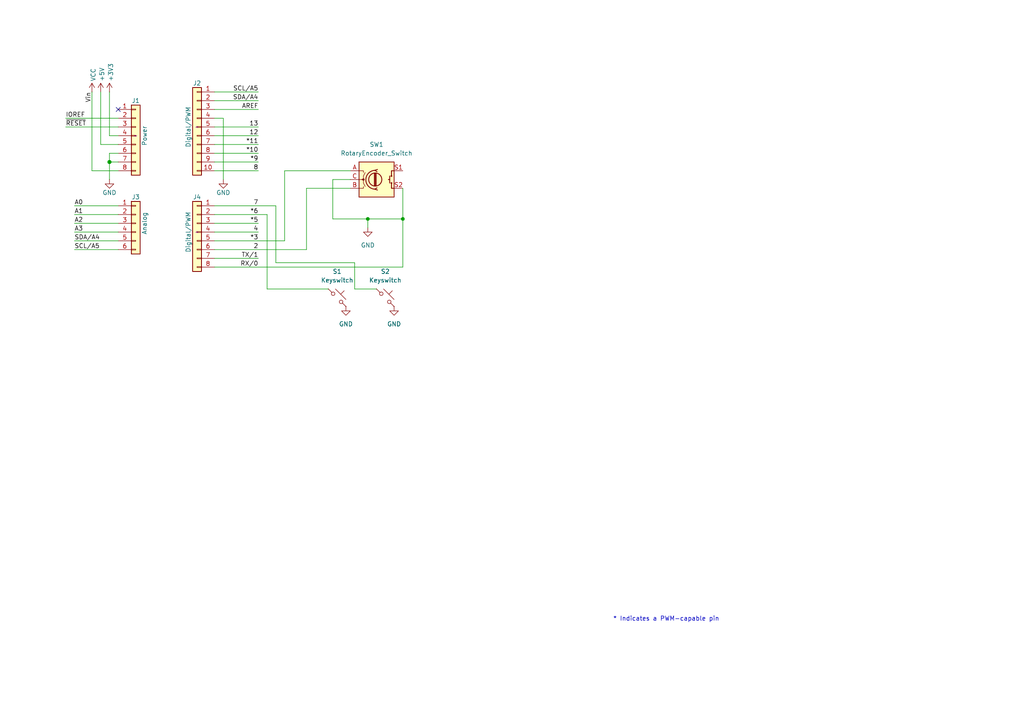
<source format=kicad_sch>
(kicad_sch (version 20250114) (generator "eeschema") (generator_version "9.0")
  (paper "A4")
  (title_block (date "mar. 31 mars 2015"))
  (lib_symbols
    (symbol "Connector_Generic:Conn_01x06" (pin_names (offset 1.016) (hide yes))
      (property "Reference" "J" (at 0 7.62 0))
      (property "Value" "Conn_01x06" (at 0 -10.16 0))
      (symbol "Conn_01x06_1_1"
        (rectangle (start -1.27 6.35) (end 1.27 -8.89) (stroke (width 0.254)) (fill (type background)))
        (rectangle (start -1.27 5.207) (end 0 4.953) (stroke (width 0.1524)))
        (rectangle (start -1.27 2.667) (end 0 2.413) (stroke (width 0.1524)))
        (rectangle (start -1.27 0.127) (end 0 -0.127) (stroke (width 0.1524)))
        (rectangle (start -1.27 -2.413) (end 0 -2.667) (stroke (width 0.1524)))
        (rectangle (start -1.27 -4.953) (end 0 -5.207) (stroke (width 0.1524)))
        (rectangle (start -1.27 -7.493) (end 0 -7.747) (stroke (width 0.1524)))
        (pin passive line (at -5.08 5.08 0) (length 3.81) (name "Pin_1") (number "1"))
        (pin passive line (at -5.08 2.54 0) (length 3.81) (name "Pin_2") (number "2"))
        (pin passive line (at -5.08 0 0) (length 3.81) (name "Pin_3") (number "3"))
        (pin passive line (at -5.08 -2.54 0) (length 3.81) (name "Pin_4") (number "4"))
        (pin passive line (at -5.08 -5.08 0) (length 3.81) (name "Pin_5") (number "5"))
        (pin passive line (at -5.08 -7.62 0) (length 3.81) (name "Pin_6") (number "6"))
      )
    )
    (symbol "Connector_Generic:Conn_01x08" (pin_names (offset 1.016) (hide yes))
      (property "Reference" "J" (at 0 10.16 0))
      (property "Value" "Conn_01x08" (at 0 -12.7 0))
      (symbol "Conn_01x08_1_1"
        (rectangle (start -1.27 8.89) (end 1.27 -11.43) (stroke (width 0.254)) (fill (type background)))
        (rectangle (start -1.27 7.747) (end 0 7.493) (stroke (width 0.1524)))
        (rectangle (start -1.27 5.207) (end 0 4.953) (stroke (width 0.1524)))
        (rectangle (start -1.27 2.667) (end 0 2.413) (stroke (width 0.1524)))
        (rectangle (start -1.27 0.127) (end 0 -0.127) (stroke (width 0.1524)))
        (rectangle (start -1.27 -2.413) (end 0 -2.667) (stroke (width 0.1524)))
        (rectangle (start -1.27 -4.953) (end 0 -5.207) (stroke (width 0.1524)))
        (rectangle (start -1.27 -7.493) (end 0 -7.747) (stroke (width 0.1524)))
        (rectangle (start -1.27 -10.033) (end 0 -10.287) (stroke (width 0.1524)))
        (pin passive line (at -5.08 7.62 0) (length 3.81) (name "Pin_1") (number "1"))
        (pin passive line (at -5.08 5.08 0) (length 3.81) (name "Pin_2") (number "2"))
        (pin passive line (at -5.08 2.54 0) (length 3.81) (name "Pin_3") (number "3"))
        (pin passive line (at -5.08 0 0) (length 3.81) (name "Pin_4") (number "4"))
        (pin passive line (at -5.08 -2.54 0) (length 3.81) (name "Pin_5") (number "5"))
        (pin passive line (at -5.08 -5.08 0) (length 3.81) (name "Pin_6") (number "6"))
        (pin passive line (at -5.08 -7.62 0) (length 3.81) (name "Pin_7") (number "7"))
        (pin passive line (at -5.08 -10.16 0) (length 3.81) (name "Pin_8") (number "8"))
      )
    )
    (symbol "Connector_Generic:Conn_01x10" (pin_names (offset 1.016) (hide yes))
      (property "Reference" "J" (at 0 12.7 0))
      (property "Value" "Conn_01x10" (at 0 -15.24 0))
      (symbol "Conn_01x10_1_1"
        (rectangle (start -1.27 11.43) (end 1.27 -13.97) (stroke (width 0.254)) (fill (type background)))
        (rectangle (start -1.27 10.287) (end 0 10.033) (stroke (width 0.1524)))
        (rectangle (start -1.27 7.747) (end 0 7.493) (stroke (width 0.1524)))
        (rectangle (start -1.27 5.207) (end 0 4.953) (stroke (width 0.1524)))
        (rectangle (start -1.27 2.667) (end 0 2.413) (stroke (width 0.1524)))
        (rectangle (start -1.27 0.127) (end 0 -0.127) (stroke (width 0.1524)))
        (rectangle (start -1.27 -2.413) (end 0 -2.667) (stroke (width 0.1524)))
        (rectangle (start -1.27 -4.953) (end 0 -5.207) (stroke (width 0.1524)))
        (rectangle (start -1.27 -7.493) (end 0 -7.747) (stroke (width 0.1524)))
        (rectangle (start -1.27 -10.033) (end 0 -10.287) (stroke (width 0.1524)))
        (rectangle (start -1.27 -12.573) (end 0 -12.827) (stroke (width 0.1524)))
        (pin passive line (at -5.08 10.16 0) (length 3.81) (name "Pin_1") (number "1"))
        (pin passive line (at -5.08 7.62 0) (length 3.81) (name "Pin_2") (number "2"))
        (pin passive line (at -5.08 5.08 0) (length 3.81) (name "Pin_3") (number "3"))
        (pin passive line (at -5.08 2.54 0) (length 3.81) (name "Pin_4") (number "4"))
        (pin passive line (at -5.08 0 0) (length 3.81) (name "Pin_5") (number "5"))
        (pin passive line (at -5.08 -2.54 0) (length 3.81) (name "Pin_6") (number "6"))
        (pin passive line (at -5.08 -5.08 0) (length 3.81) (name "Pin_7") (number "7"))
        (pin passive line (at -5.08 -7.62 0) (length 3.81) (name "Pin_8") (number "8"))
        (pin passive line (at -5.08 -10.16 0) (length 3.81) (name "Pin_9") (number "9"))
        (pin passive line (at -5.08 -12.7 0) (length 3.81) (name "Pin_10") (number "10"))
      )
    )
    (symbol "Device:RotaryEncoder_Switch" (pin_names (offset 0.254) (hide yes))
      (property "Reference" "SW" (at 0 6.604 0))
      (property "Value" "RotaryEncoder_Switch" (at 0 -6.604 0))
      (symbol "RotaryEncoder_Switch_0_1"
        (rectangle (start -5.08 5.08) (end 5.08 -5.08) (stroke (width 0.254)) (fill (type background)))
        (polyline (pts (xy -5.08 2.54) (xy -3.81 2.54) (xy -3.81 2.032)))
        (polyline (pts (xy -5.08 0) (xy -3.81 0) (xy -3.81 -1.016) (xy -3.302 -2.032)))
        (polyline (pts (xy -5.08 -2.54) (xy -3.81 -2.54) (xy -3.81 -2.032)))
        (polyline (pts (xy -4.318 0) (xy -3.81 0) (xy -3.81 1.016) (xy -3.302 2.032)))
        (circle (center -3.81 0) (radius 0.254) (fill (type outline)))
        (polyline (pts (xy -0.635 -1.778) (xy -0.635 1.778)) (stroke (width 0.254)))
        (circle (center -0.381 0) (radius 1.905) (stroke (width 0.254)))
        (polyline (pts (xy -0.381 -1.778) (xy -0.381 1.778)) (stroke (width 0.254)))
        (arc (start -0.381 -2.794) (mid -3.0988 -0.0635) (end -0.381 2.667) (stroke (width 0.254)))
        (polyline (pts (xy -0.127 1.778) (xy -0.127 -1.778)) (stroke (width 0.254)))
        (polyline (pts (xy 0.254 2.921) (xy -0.508 2.667) (xy 0.127 2.286)) (stroke (width 0.254)))
        (polyline (pts (xy 0.254 -3.048) (xy -0.508 -2.794) (xy 0.127 -2.413)) (stroke (width 0.254)))
        (polyline (pts (xy 3.81 1.016) (xy 3.81 -1.016)) (stroke (width 0.254)))
        (polyline (pts (xy 3.81 0) (xy 3.429 0)) (stroke (width 0.254)))
        (circle (center 4.318 1.016) (radius 0.127) (stroke (width 0.254)))
        (circle (center 4.318 -1.016) (radius 0.127) (stroke (width 0.254)))
        (polyline (pts (xy 5.08 2.54) (xy 4.318 2.54) (xy 4.318 1.016)) (stroke (width 0.254)))
        (polyline (pts (xy 5.08 -2.54) (xy 4.318 -2.54) (xy 4.318 -1.016)) (stroke (width 0.254)))
      )
      (symbol "RotaryEncoder_Switch_1_1"
        (pin passive line (at -7.62 2.54 0) (length 2.54) (name "A") (number "A"))
        (pin passive line (at -7.62 0 0) (length 2.54) (name "C") (number "C"))
        (pin passive line (at -7.62 -2.54 0) (length 2.54) (name "B") (number "B"))
        (pin passive line (at 7.62 2.54 180) (length 2.54) (name "S1") (number "S1"))
        (pin passive line (at 7.62 -2.54 180) (length 2.54) (name "S2") (number "S2"))
      )
    )
    (symbol "ScottoKeebs:Placeholder_Keyswitch" (pin_numbers (hide yes)) (pin_names (offset 1.016) (hide yes))
      (property "Reference" "S" (at 3.048 1.016 0))
      (property "Value" "Keyswitch" (at 0 -3.81 0))
      (symbol "Placeholder_Keyswitch_0_1"
        (polyline (pts (xy -2.54 2.54) (xy -1.524 1.524) (xy -1.524 1.524)))
        (circle (center -1.1684 1.1684) (radius 0.508))
        (polyline (pts (xy -0.508 2.54) (xy 2.54 -0.508)))
        (polyline (pts (xy 1.016 1.016) (xy 2.032 2.032)))
        (circle (center 1.143 -1.1938) (radius 0.508))
        (polyline (pts (xy 1.524 -1.524) (xy 2.54 -2.54) (xy 2.54 -2.54) (xy 2.54 -2.54)))
        (pin passive line (at -2.54 2.54 0) (length 0) (name "1") (number "1"))
        (pin passive line (at 2.54 -2.54 180) (length 0) (name "2") (number "2"))
      )
    )
    (symbol "power:+3V3" (power) (pin_numbers (hide yes)) (pin_names (offset 0) (hide yes))
      (property "Value" "+3V3" (at 0 3.556 0))
      (symbol "+3V3_0_1"
        (polyline (pts (xy -0.762 1.27) (xy 0 2.54)))
        (polyline (pts (xy 0 2.54) (xy 0.762 1.27)))
        (polyline (pts (xy 0 0) (xy 0 2.54)))
      )
      (symbol "+3V3_1_1"
        (pin power_in line (at 0 0 90) (length 0) (name "~") (number "1"))
      )
    )
    (symbol "power:+5V" (power) (pin_numbers (hide yes)) (pin_names (offset 0) (hide yes))
      (property "Value" "+5V" (at 0 3.556 0))
      (symbol "+5V_0_1"
        (polyline (pts (xy -0.762 1.27) (xy 0 2.54)))
        (polyline (pts (xy 0 2.54) (xy 0.762 1.27)))
        (polyline (pts (xy 0 0) (xy 0 2.54)))
      )
      (symbol "+5V_1_1"
        (pin power_in line (at 0 0 90) (length 0) (name "~") (number "1"))
      )
    )
    (symbol "power:GND" (power) (pin_numbers (hide yes)) (pin_names (offset 0) (hide yes))
      (property "Value" "GND" (at 0 -3.81 0))
      (symbol "GND_0_1"
        (polyline (pts (xy 0 0) (xy 0 -1.27) (xy 1.27 -1.27) (xy 0 -2.54) (xy -1.27 -1.27) (xy 0 -1.27)))
      )
      (symbol "GND_1_1"
        (pin power_in line (at 0 0 270) (length 0) (name "~") (number "1"))
      )
    )
    (symbol "power:VCC" (power) (pin_numbers (hide yes)) (pin_names (offset 0) (hide yes))
      (property "Value" "VCC" (at 0 3.556 0))
      (symbol "VCC_0_1"
        (polyline (pts (xy -0.762 1.27) (xy 0 2.54)))
        (polyline (pts (xy 0 2.54) (xy 0.762 1.27)))
        (polyline (pts (xy 0 0) (xy 0 2.54)))
      )
      (symbol "VCC_1_1"
        (pin power_in line (at 0 0 90) (length 0) (name "~") (number "1"))
      )
    )
  )
  (text "* Indicates a PWM-capable pin" (at 177.8 180.34 0) (effects (font (size 1.27 1.27)) (justify left bottom)))
  (junction (at 116.84 63.5))
  (junction (at 31.75 46.99) (diameter 1.016))
  (junction (at 106.68 63.5))
  (no_connect (at 34.29 31.75))
  (wire (pts (xy 62.23 44.45) (xy 74.93 44.45)))
  (wire (pts (xy 102.87 83.82) (xy 102.87 76.2)))
  (wire (pts (xy 62.23 26.67) (xy 74.93 26.67)))
  (wire (pts (xy 31.75 44.45) (xy 31.75 46.99)))
  (wire (pts (xy 21.59 72.39) (xy 34.29 72.39)))
  (wire (pts (xy 95.25 83.82) (xy 77.47 83.82)))
  (wire (pts (xy 106.68 63.5) (xy 116.84 63.5)))
  (wire (pts (xy 101.6 49.53) (xy 82.55 49.53)))
  (wire (pts (xy 31.75 46.99) (xy 31.75 52.07)))
  (wire (pts (xy 116.84 54.61) (xy 116.84 63.5)))
  (wire (pts (xy 31.75 39.37) (xy 34.29 39.37)))
  (wire (pts (xy 29.21 41.91) (xy 34.29 41.91)))
  (wire (pts (xy 29.21 26.67) (xy 29.21 41.91)))
  (wire (pts (xy 101.6 54.61) (xy 88.9 54.61)))
  (wire (pts (xy 62.23 77.47) (xy 116.84 77.47)))
  (wire (pts (xy 62.23 36.83) (xy 74.93 36.83)))
  (wire (pts (xy 31.75 26.67) (xy 31.75 39.37)))
  (wire (pts (xy 62.23 59.69) (xy 80.01 59.69)))
  (wire (pts (xy 96.52 63.5) (xy 106.68 63.5)))
  (wire (pts (xy 34.29 59.69) (xy 21.59 59.69)))
  (wire (pts (xy 62.23 39.37) (xy 74.93 39.37)))
  (wire (pts (xy 62.23 62.23) (xy 77.47 62.23)))
  (wire (pts (xy 102.87 76.2) (xy 80.01 76.2)))
  (wire (pts (xy 62.23 46.99) (xy 74.93 46.99)))
  (wire (pts (xy 62.23 67.31) (xy 74.93 67.31)))
  (wire (pts (xy 19.05 34.29) (xy 34.29 34.29)))
  (wire (pts (xy 64.77 34.29) (xy 64.77 52.07)))
  (wire (pts (xy 109.22 83.82) (xy 102.87 83.82)))
  (wire (pts (xy 62.23 31.75) (xy 74.93 31.75)))
  (wire (pts (xy 34.29 64.77) (xy 21.59 64.77)))
  (wire (pts (xy 19.05 36.83) (xy 34.29 36.83)))
  (wire (pts (xy 34.29 46.99) (xy 31.75 46.99)))
  (wire (pts (xy 34.29 49.53) (xy 26.67 49.53)))
  (wire (pts (xy 21.59 62.23) (xy 34.29 62.23)))
  (wire (pts (xy 116.84 63.5) (xy 116.84 77.47)))
  (wire (pts (xy 77.47 83.82) (xy 77.47 62.23)))
  (wire (pts (xy 62.23 34.29) (xy 64.77 34.29)))
  (wire (pts (xy 34.29 44.45) (xy 31.75 44.45)))
  (wire (pts (xy 62.23 41.91) (xy 74.93 41.91)))
  (wire (pts (xy 62.23 64.77) (xy 74.93 64.77)))
  (wire (pts (xy 106.68 63.5) (xy 106.68 66.04)))
  (wire (pts (xy 21.59 67.31) (xy 34.29 67.31)))
  (wire (pts (xy 88.9 54.61) (xy 88.9 72.39)))
  (wire (pts (xy 80.01 76.2) (xy 80.01 59.69)))
  (wire (pts (xy 62.23 29.21) (xy 74.93 29.21)))
  (wire (pts (xy 62.23 72.39) (xy 88.9 72.39)))
  (wire (pts (xy 62.23 69.85) (xy 82.55 69.85)))
  (wire (pts (xy 101.6 52.07) (xy 96.52 52.07)))
  (wire (pts (xy 96.52 52.07) (xy 96.52 63.5)))
  (wire (pts (xy 82.55 49.53) (xy 82.55 69.85)))
  (wire (pts (xy 62.23 74.93) (xy 74.93 74.93)))
  (wire (pts (xy 26.67 49.53) (xy 26.67 26.67)))
  (wire (pts (xy 34.29 69.85) (xy 21.59 69.85)))
  (wire (pts (xy 62.23 49.53) (xy 74.93 49.53)))
  (label "RX{slash}0" (at 74.93 77.47 180))
  (label "A2" (at 21.59 64.77 0))
  (label "4" (at 74.93 67.31 180))
  (label "2" (at 74.93 72.39 180))
  (label "A3" (at 21.59 67.31 0))
  (label "13" (at 74.93 36.83 180))
  (label "12" (at 74.93 39.37 180))
  (label "~{RESET}" (at 19.05 36.83 0))
  (label "*10" (at 74.93 44.45 180))
  (label "7" (at 74.93 59.69 180))
  (label "SDA{slash}A4" (at 74.93 29.21 180))
  (label "8" (at 74.93 49.53 180))
  (label "*11" (at 74.93 41.91 180))
  (label "*3" (at 74.93 69.85 180))
  (label "A1" (at 21.59 62.23 0))
  (label "TX{slash}1" (at 74.93 74.93 180))
  (label "A0" (at 21.59 59.69 0))
  (label "AREF" (at 74.93 31.75 180))
  (label "Vin" (at 26.67 26.67 270))
  (label "*6" (at 74.93 62.23 180))
  (label "SCL{slash}A5" (at 74.93 26.67 180))
  (label "*9" (at 74.93 46.99 180))
  (label "*5" (at 74.93 64.77 180))
  (label "IOREF" (at 19.05 34.29 0))
  (label "SDA{slash}A4" (at 21.59 69.85 0))
  (label "SCL{slash}A5" (at 21.59 72.39 0))
  (symbol (lib_id "Connector_Generic:Conn_01x08") (at 39.37 39.37 0) (unit 1)
    (property "Reference" "J1" (at 39.37 29.21 0))
    (property "Value" "Power" (at 41.91 39.37 90))
    (property "Footprint" "Connector_PinSocket_2.54mm:PinSocket_1x08_P2.54mm_Vertical" (effects (hide yes)))
    (property "Datasheet" "~" (at 39.37 39.37 0))
    (property "Description" "Generic connector, single row, 01x08, script generated (kicad-library-utils/schlib/autogen/connector/)" (effects (hide yes)))
  )
  (symbol (lib_id "power:+3V3") (at 31.75 26.67 0) (unit 1)
    (property "Reference" "#PWR03" (effects (hide yes)))
    (property "Value" "+3V3" (at 32.131 23.622 90) (effects (justify left)))
    (property "Description" "Power symbol creates a global label with name \"+3V3\"" (effects (hide yes)))
  )
  (symbol (lib_id "power:+5V") (at 29.21 26.67 0) (unit 1)
    (property "Reference" "#PWR02" (effects (hide yes)))
    (property "Value" "+5V" (at 29.5656 23.622 90) (effects (justify left)))
    (property "Description" "Power symbol creates a global label with name \"+5V\"" (effects (hide yes)))
  )
  (symbol (lib_id "power:GND") (at 31.75 52.07 0) (unit 1)
    (property "Reference" "#PWR04" (effects (hide yes)))
    (property "Value" "GND" (at 31.75 55.88 0))
    (property "Description" "Power symbol creates a global label with name \"GND\" , ground" (effects (hide yes)))
  )
  (symbol (lib_id "Connector_Generic:Conn_01x10") (at 57.15 36.83 0) (mirror y) (unit 1)
    (property "Reference" "J2" (at 57.15 24.13 0))
    (property "Value" "Digital/PWM" (at 54.61 36.83 90))
    (property "Footprint" "Connector_PinSocket_2.54mm:PinSocket_1x10_P2.54mm_Vertical" (effects (hide yes)))
    (property "Datasheet" "~" (at 57.15 36.83 0))
    (property "Description" "Generic connector, single row, 01x10, script generated (kicad-library-utils/schlib/autogen/connector/)" (effects (hide yes)))
  )
  (symbol (lib_id "power:GND") (at 64.77 52.07 0) (unit 1)
    (property "Reference" "#PWR05" (effects (hide yes)))
    (property "Value" "GND" (at 64.77 55.88 0))
    (property "Description" "Power symbol creates a global label with name \"GND\" , ground" (effects (hide yes)))
  )
  (symbol (lib_id "Connector_Generic:Conn_01x06") (at 39.37 64.77 0) (unit 1)
    (property "Reference" "J3" (at 39.37 57.15 0))
    (property "Value" "Analog" (at 41.91 64.77 90))
    (property "Footprint" "Connector_PinSocket_2.54mm:PinSocket_1x06_P2.54mm_Vertical" (effects (hide yes)))
    (property "Description" "Generic connector, single row, 01x06, script generated (kicad-library-utils/schlib/autogen/connector/)" (effects (hide yes)))
  )
  (symbol (lib_id "Connector_Generic:Conn_01x08") (at 57.15 67.31 0) (mirror y) (unit 1)
    (property "Reference" "J4" (at 57.15 57.15 0))
    (property "Value" "Digital/PWM" (at 54.61 67.31 90))
    (property "Footprint" "Connector_PinSocket_2.54mm:PinSocket_1x08_P2.54mm_Vertical" (effects (hide yes)))
    (property "Datasheet" "~" (at 57.15 67.31 0))
    (property "Description" "Generic connector, single row, 01x08, script generated (kicad-library-utils/schlib/autogen/connector/)" (effects (hide yes)))
  )
  (symbol (lib_id "ScottoKeebs:Placeholder_Keyswitch") (at 111.76 86.36 0) (unit 1)
    (property "Reference" "S2" (at 111.76 78.74 0))
    (property "Value" "Keyswitch" (at 111.76 81.28 0))
    (property "Footprint" "ScottoKeebs_MX:MX_PCB_1.00u" (effects (hide yes)))
    (property "Description" "Push button switch, normally open, two pins, 45° tilted" (effects (hide yes)))
  )
  (symbol (lib_id "ScottoKeebs:Placeholder_Keyswitch") (at 97.79 86.36 0) (unit 1)
    (property "Reference" "S1" (at 97.79 78.74 0))
    (property "Value" "Keyswitch" (at 97.79 81.28 0))
    (property "Footprint" "ScottoKeebs_MX:MX_PCB_1.00u" (effects (hide yes)))
    (property "Description" "Push button switch, normally open, two pins, 45° tilted" (effects (hide yes)))
  )
  (symbol (lib_id "power:GND") (at 100.33 88.9 0) (unit 1)
    (property "Reference" "#PWR07" (effects (hide yes)))
    (property "Value" "GND" (at 100.33 93.98 0))
    (property "Description" "Power symbol creates a global label with name \"GND\" , ground" (effects (hide yes)))
  )
  (symbol (lib_id "power:VCC") (at 26.67 26.67 0) (unit 1)
    (property "Reference" "#PWR01" (effects (hide yes)))
    (property "Value" "VCC" (at 27.051 23.622 90) (effects (justify left)))
    (property "Description" "Power symbol creates a global label with name \"VCC\"" (effects (hide yes)))
  )
  (symbol (lib_id "power:GND") (at 106.68 66.04 0) (unit 1)
    (property "Reference" "#PWR06" (effects (hide yes)))
    (property "Value" "GND" (at 106.68 71.12 0))
    (property "Description" "Power symbol creates a global label with name \"GND\" , ground" (effects (hide yes)))
  )
  (symbol (lib_id "power:GND") (at 114.3 88.9 0) (unit 1)
    (property "Reference" "#PWR08" (effects (hide yes)))
    (property "Value" "GND" (at 114.3 93.98 0))
    (property "Description" "Power symbol creates a global label with name \"GND\" , ground" (effects (hide yes)))
  )
  (symbol (lib_id "Device:RotaryEncoder_Switch") (at 109.22 52.07 0) (unit 1)
    (property "Reference" "SW1" (at 109.22 41.91 0))
    (property "Value" "RotaryEncoder_Switch" (at 109.22 44.45 0))
    (property "Footprint" "Rotary_Encoder:RotaryEncoder_Alps_EC11E-Switch_Vertical_H20mm" (effects (hide yes)))
    (property "Description" "Rotary encoder, dual channel, incremental quadrate outputs, with switch" (effects (hide yes)))
  )
)
</source>
